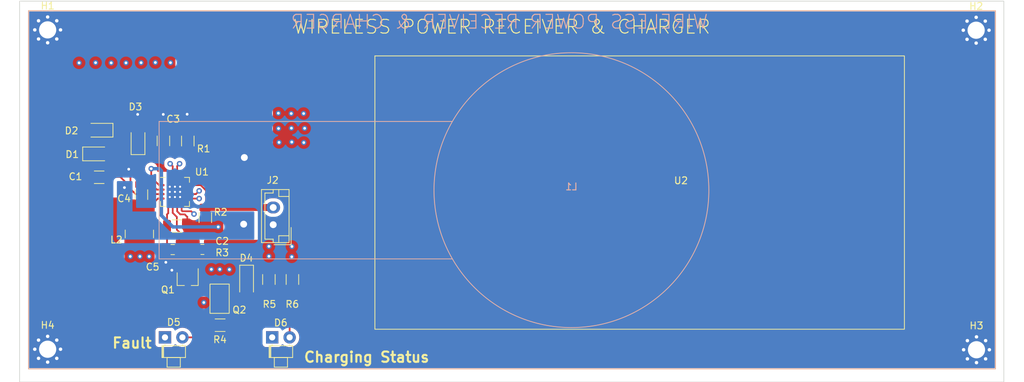
<source format=kicad_pcb>
(kicad_pcb (version 20211014) (generator pcbnew)
  (title_block (title "Wireless Power Receiver & Charger") (date "2023-01-10"))
  (layers (0 "F.Cu" signal) (1 "In1.Cu" signal) (2 "In2.Cu" signal) (31 "B.Cu" signal) (34 "B.Paste" user) (35 "F.Paste" user) (36 "B.SilkS" user "B.Silkscreen") (37 "F.SilkS" user "F.Silkscreen") (38 "B.Mask" user) (39 "F.Mask" user) (44 "Edge.Cuts" user))
  (net 0 "")
  (net 1 "/PowerNode")
  (net 2 "GND")
  (net 3 "/Freq")
  (net 4 "LED+")
  (net 5 "FAULT")
  (net 6 "Net-(D5-Pad2)")
  (net 7 "CHRG")
  (net 8 "Net-(D6-Pad2)")
  (net 9 "BAT+")
  (net 10 "NTC")
  (net 11 "Net-(R1-Pad1)")
  (net 13 "/DHC")
  (net 14 "/Gate")
  (net 15 "/Source")
  (net 16 "/SwitchNode")
  (net 17 "/BoostCap")
  (net 18 "/Inductor")
  (net 19 "/PowerIn")
  (net 20 "/CellTie")
  (footprint "Diode_SMD:D_PowerDI-123" (layer "F.Cu") (at 75.75 81.625)
    (fp_text reference "D1" (at -3.725 0.075) (layer "F.SilkS"))
    (fp_text value "DFLS24OL")
    (fp_line (start -2.2 1) (end -2.2 -1) (layer "F.SilkS") (width 0.12))
    (fp_line (start 1 -1) (end -2.2 -1) (layer "F.SilkS") (width 0.12))
    (fp_line (start -2.2 1) (end 1 1) (layer "F.SilkS") (width 0.12))
    (pad "1" smd rect (at -0.85 0 180) (size 2.4 1.5) (layers "F.Cu" "F.Paste" "F.Mask") (net 1 "/PowerNode"))
    (pad "2" smd rect (at 1.525 0 180) (size 1.05 1.5) (layers "F.Cu" "F.Paste" "F.Mask") (net 2 "GND"))
  )
  (footprint "Capacitor_SMD:C_1206_3216Metric" (layer "F.Cu") (at 85.3 79.73 -90)
    (fp_text reference "C3" (at -3.18 -1.425) (layer "F.SilkS"))
    (fp_text value "10uF")
    (fp_line (start -0.711252 0.91) (end 0.711252 0.91) (layer "F.SilkS") (width 0.12))
    (fp_line (start -0.711252 -0.91) (end 0.711252 -0.91) (layer "F.SilkS") (width 0.12))
    (pad "1" smd roundrect (at -1.475 0 270) (size 1.15 1.8) (layers "F.Cu" "F.Paste" "F.Mask") (roundrect_rratio 0.2173913043) (net 2 "GND"))
    (pad "2" smd roundrect (at 1.475 0 270) (size 1.15 1.8) (layers "F.Cu" "F.Paste" "F.Mask") (roundrect_rratio 0.2173913043) (net 4 "LED+"))
  )
  (footprint "MountingHole:MountingHole_2.5mm_Pad_Via" (layer "F.Cu") (at 203.625 110.125)
    (fp_text reference "H3" (at 0 -3.5) (layer "F.SilkS"))
    (fp_text value "MountingHole_Pad")
    (pad "1" thru_hole circle (at 1.325825 1.325825) (size 0.8 0.8) (drill 0.5) (layers *.Cu *.Mask) (net 2 "GND"))
    (pad "1" thru_hole circle (at 0 -1.875) (size 0.8 0.8) (drill 0.5) (layers *.Cu *.Mask) (net 2 "GND"))
    (pad "1" thru_hole circle (at -1.875 0) (size 0.8 0.8) (drill 0.5) (layers *.Cu *.Mask) (net 2 "GND"))
    (pad "1" thru_hole circle (at 0 0) (size 5 5) (drill 2.5) (layers *.Cu *.Mask) (net 2 "GND"))
    (pad "1" thru_hole circle (at 1.325825 -1.325825) (size 0.8 0.8) (drill 0.5) (layers *.Cu *.Mask) (net 2 "GND"))
    (pad "1" thru_hole circle (at -1.325825 -1.325825) (size 0.8 0.8) (drill 0.5) (layers *.Cu *.Mask) (net 2 "GND"))
    (pad "1" thru_hole circle (at 1.875 0) (size 0.8 0.8) (drill 0.5) (layers *.Cu *.Mask) (net 2 "GND"))
    (pad "1" thru_hole circle (at 0 1.875) (size 0.8 0.8) (drill 0.5) (layers *.Cu *.Mask) (net 2 "GND"))
    (pad "1" thru_hole circle (at -1.325825 1.325825) (size 0.8 0.8) (drill 0.5) (layers *.Cu *.Mask) (net 2 "GND"))
  )
  (footprint "Resistor_SMD:R_1206_3216Metric" (layer "F.Cu") (at 93.55 106.55 180)
    (fp_text reference "R4" (at 0.025 -2.1 180) (layer "F.SilkS"))
    (fp_text value "1K")
    (fp_line (start -0.727064 0.91) (end 0.727064 0.91) (layer "F.SilkS") (width 0.12))
    (fp_line (start -0.727064 -0.91) (end 0.727064 -0.91) (layer "F.SilkS") (width 0.12))
    (pad "1" smd roundrect (at -1.4625 0 180) (size 1.125 1.75) (layers "F.Cu" "F.Paste" "F.Mask") (roundrect_rratio 0.2222222222) (net 14 "/Gate"))
    (pad "2" smd roundrect (at 1.4625 0 180) (size 1.125 1.75) (layers "F.Cu" "F.Paste" "F.Mask") (roundrect_rratio 0.2222222222) (net 15 "/Source"))
  )
  (footprint "LED_THT:LED_D1.8mm_W1.8mm_H2.4mm_Horizontal_O1.27mm_Z1.6mm" (layer "F.Cu") (at 85.525 108.325)
    (fp_text reference "D5" (at 1.275 -2.2) (layer "F.SilkS"))
    (fp_text value "LED")
    (fp_line (start 2.23 4.33) (end 2.23 2.93) (layer "F.SilkS") (width 0.12))
    (fp_line (start 2.98 1.21) (end -0.44 1.21) (layer "F.SilkS") (width 0.12))
    (fp_line (start -0.2 1.21) (end -0.2 2.93) (layer "F.SilkS") (width 0.12))
    (fp_line (start 0 1.08) (end 0 1.08) (layer "F.SilkS") (width 0.12))
    (fp_line (start 0 1.21) (end 0 1.08) (layer "F.SilkS") (width 0.12))
    (fp_line (start -0.32 1.21) (end -0.32 2.93) (layer "F.SilkS") (width 0.12))
    (fp_line (start 0.31 2.93) (end 0.31 4.33) (layer "F.SilkS") (width 0.12))
    (fp_line (start 0.31 4.33) (end 2.23 4.33) (layer "F.SilkS") (width 0.12))
    (fp_line (start 2.54 1.08) (end 2.54 1.08) (layer "F.SilkS") (width 0.12))
    (fp_line (start 2.54 1.21) (end 2.54 1.08) (layer "F.SilkS") (width 0.12))
    (fp_line (start 0 1.08) (end 0 1.21) (layer "F.SilkS") (width 0.12))
    (fp_line (start 2.98 2.93) (end 2.98 1.21) (layer "F.SilkS") (width 0.12))
    (fp_line (start 0 1.21) (end 0 1.21) (layer "F.SilkS") (width 0.12))
    (fp_line (start 2.54 1.21) (end 2.54 1.21) (layer "F.SilkS") (width 0.12))
    (fp_line (start -0.44 2.93) (end 2.98 2.93) (layer "F.SilkS") (width 0.12))
    (fp_line (start 2.54 1.08) (end 2.54 1.21) (layer "F.SilkS") (width 0.12))
    (fp_line (start 2.23 2.93) (end 0.31 2.93) (layer "F.SilkS") (width 0.12))
    (fp_line (start -0.44 1.21) (end -0.44 2.93) (layer "F.SilkS") (width 0.12))
    (pad "1" thru_hole rect (at 0 0) (size 1.8 1.8) (drill 0.9) (layers *.Cu *.Mask) (net 5 "FAULT"))
    (pad "2" thru_hole circle (at 2.54 0) (size 1.8 1.8) (drill 0.9) (layers *.Cu *.Mask) (net 6 "Net-(D5-Pad2)"))
  )
  (footprint "Package_DFN_QFN:QFN-16-1EP_4x4mm_P0.65mm_EP2.1x2.1mm_ThermalVias" (layer "F.Cu") (at 86.975 87.15)
    (fp_text reference "U1" (at 3.925 -2.9) (layer "F.SilkS"))
    (fp_text value "LTC4120-4.2")
    (fp_line (start -2.11 2.11) (end -2.11 1.385) (layer "F.SilkS") (width 0.12))
    (fp_line (start -1.385 -2.11) (end -2.11 -2.11) (layer "F.SilkS") (width 0.12))
    (fp_line (start -1.385 2.11) (end -2.11 2.11) (layer "F.SilkS") (width 0.12))
    (fp_line (start 2.11 -2.11) (end 2.11 -1.385) (layer "F.SilkS") (width 0.12))
    (fp_line (start 1.385 -2.11) (end 2.11 -2.11) (layer "F.SilkS") (width 0.12))
    (fp_line (start 1.385 2.11) (end 2.11 2.11) (layer "F.SilkS") (width 0.12))
    (fp_line (start 2.11 2.11) (end 2.11 1.385) (layer "F.SilkS") (width 0.12))
    (pad "1" smd roundrect (at -1.95 -0.975) (size 0.85 0.3) (layers "F.Cu" "F.Paste" "F.Mask") (net 3 "/Freq"))
    (pad "2" smd roundrect (at -1.95 -0.325) (size 0.85 0.3) (layers "F.Cu" "F.Paste" "F.Mask") (net 17 "/BoostCap"))
    (pad "3" smd roundrect (at -1.95 0.325) (size 0.85 0.3) (layers "F.Cu" "F.Paste" "F.Mask") (net 4 "LED+"))
    (pad "4" smd roundrect (at -1.95 0.975) (size 0.85 0.3) (layers "F.Cu" "F.Paste" "F.Mask") (net 16 "/SwitchNode"))
    (pad "5" smd roundrect (at -0.975 1.95) (size 0.3 0.85) (layers "F.Cu" "F.Paste" "F.Mask") (net 2 "GND"))
    (pad "6" smd roundrect (at -0.325 1.95) (size 0.3 0.85) (layers "F.Cu" "F.Paste" "F.Mask") (net 13 "/DHC"))
    (pad "7" smd roundrect (at 0.325 1.95) (size 0.3 0.85) (layers "F.Cu" "F.Paste" "F.Mask") (net 3 "/Freq"))
    (pad "8" smd roundrect (at 0.975 1.95) (size 0.3 0.85) (layers "F.Cu" "F.Paste" "F.Mask") (net 18 "/Inductor"))
    (pad "9" smd roundrect (at 1.95 0.975) (size 0.85 0.3) (layers "F.Cu" "F.Paste" "F.Mask") (net 9 "BAT+"))
    (pad "10" smd roundrect (at 1.95 0.325) (size 0.85 0.3) (layers "F.Cu" "F.Paste" "F.Mask") (net 9 "BAT+"))
    (pad "11" smd roundrect (at 1.95 -0.325) (size 0.85 0.3) (layers "F.Cu" "F.Paste" "F.Mask"))
    (pad "12" smd roundrect (at 1.95 -0.975) (size 0.85 0.3) (layers "F.Cu" "F.Paste" "F.Mask") (net 10 "NTC"))
    (pad "13" smd roundrect (at 0.975 -1.95) (size 0.3 0.85) (layers "F.Cu" "F.Paste" "F.Mask") (net 11 "Net-(R1-Pad1)"))
    (pad "14" smd roundrect (at 0.325 -1.95) (size 0.3 0.85) (layers "F.Cu" "F.Paste" "F.Mask") (net 7 "CHRG"))
    (pad "15" smd roundrect (at -0.325 -1.95) (size 0.3 0.85) (layers "F.Cu" "F.Paste" "F.Mask") (net 5 "FAULT"))
    (pad "16" smd roundrect (at -0.975 -1.95) (size 0.3 0.85) (layers "F.Cu" "F.Paste" "F.Mask") (net 4 "LED+"))
    (pad "17" thru_hole circle (at -0.75 0) (size 0.6 0.6) (drill 0.3) (layers *.Cu) (net 2 "GND"))
    (pad "17" smd rect (at 0 0) (size 2.1 2.1) (layers "F.Cu" "F.Mask") (net 2 "GND"))
    (pad "17" smd rect (at 0 0) (size 2.1 2.1) (layers "B.Cu") (net 2 "GND"))
    (pad "17" thru_hole circle (at 0 -0.75) (size 0.6 0.6) (drill 0.3) (layers *.Cu) (net 2 "GND"))
    (pad "17" thru_hole circle (at 0.75 0.75) (size 0.6 0.6) (drill 0.3) (layers *.Cu) (net 2 "GND"))
    (pad "17" thru_hole circle (at 0.75 -0.75) (size 0.6 0.6) (drill 0.3) (layers *.Cu) (net 2 "GND"))
    (pad "17" thru_hole circle (at 0 0.75) (size 0.6 0.6) (drill 0.3) (layers *.Cu) (net 2 "GND"))
    (pad "17" thru_hole circle (at -0.75 0.75) (size 0.6 0.6) (drill 0.3) (layers *.Cu) (net 2 "GND"))
    (pad "17" thru_hole circle (at 0.75 0) (size 0.6 0.6) (drill 0.3) (layers *.Cu) (net 2 "GND"))
    (pad "17" thru_hole circle (at 0 0) (size 0.6 0.6) (drill 0.3) (layers *.Cu) (net 2 "GND"))
    (pad "17" thru_hole circle (at -0.75 -0.75) (size 0.6 0.6) (drill 0.3) (layers *.Cu) (net 2 "GND"))
  )
  (footprint "Diode_SMD:D_PowerDI-123" (layer "F.Cu") (at 75.75 78.175 180)
    (fp_text reference "D2" (at 3.825 -0.075) (layer "F.SilkS"))
    (fp_text value "DFLS24OL")
    (fp_line (start -2.2 1) (end -2.2 -1) (layer "F.SilkS") (width 0.12))
    (fp_line (start 1 -1) (end -2.2 -1) (layer "F.SilkS") (width 0.12))
    (fp_line (start -2.2 1) (end 1 1) (layer "F.SilkS") (width 0.12))
    (pad "1" smd rect (at -0.85 0) (size 2.4 1.5) (layers "F.Cu" "F.Paste" "F.Mask") (net 4 "LED+"))
    (pad "2" smd rect (at 1.525 0) (size 1.05 1.5) (layers "F.Cu" "F.Paste" "F.Mask") (net 1 "/PowerNode"))
  )
  (footprint "Package_TO_SOT_SMD:TSOT-23" (layer "F.Cu") (at 88.85 99.825 -90)
    (fp_text reference "Q1" (at 1.575 2.9 -180) (layer "F.SilkS"))
    (fp_text value "PMBT3904")
    (fp_line (start 0.95 -1.5) (end 0.95 -0.5) (layer "F.SilkS") (width 0.12))
    (fp_line (start 0.93 -1.51) (end -1.5 -1.51) (layer "F.SilkS") (width 0.12))
    (fp_line (start 0.95 0.5) (end 0.95 1.55) (layer "F.SilkS") (width 0.12))
    (fp_line (start 0.95 1.55) (end -0.9 1.55) (layer "F.SilkS") (width 0.12))
    (pad "1" smd rect (at -1.31 -0.95 270) (size 1.22 0.65) (layers "F.Cu" "F.Paste" "F.Mask") (net 13 "/DHC"))
    (pad "2" smd rect (at -1.31 0.95 270) (size 1.22 0.65) (layers "F.Cu" "F.Paste" "F.Mask") (net 2 "GND"))
    (pad "3" smd rect (at 1.31 0 270) (size 1.22 0.65) (layers "F.Cu" "F.Paste" "F.Mask") (net 15 "/Source"))
  )
  (footprint "Resistor_SMD:R_1206_3216Metric" (layer "F.Cu") (at 91.4 90.9 -90)
    (fp_text reference "R2" (at -0.8 -2.225 180) (layer "F.SilkS"))
    (fp_text value "10K")
    (fp_line (start -0.727064 0.91) (end 0.727064 0.91) (layer "F.SilkS") (width 0.12))
    (fp_line (start -0.727064 -0.91) (end 0.727064 -0.91) (layer "F.SilkS") (width 0.12))
    (pad "1" smd roundrect (at -1.4625 0 270) (size 1.125 1.75) (layers "F.Cu" "F.Paste" "F.Mask") (roundrect_rratio 0.2222222222) (net 10 "NTC"))
    (pad "2" smd roundrect (at 1.4625 0 270) (size 1.125 1.75) (layers "F.Cu" "F.Paste" "F.Mask") (roundrect_rratio 0.2222222222) (net 3 "/Freq"))
  )
  (footprint "Inductor_SMD:L_Coilcraft_LPS4018" (layer "F.Cu") (at 81.8 93.275 -90)
    (fp_text reference "L2" (at 0.85 3.35 180) (layer "F.SilkS"))
    (fp_text value "15uH LPS4018-153ML")
    (fp_line (start -0.57 -2.06) (end 0.57 -2.06) (layer "F.SilkS") (width 0.12))
    (fp_line (start -0.57 2.06) (end 0.57 2.06) (layer "F.SilkS") (width 0.12))
    (pad "1" smd custom (at -1.765 0 270) (size 0.87 2.79) (layers "F.Cu" "F.Paste" "F.Mask") (net 16 "/SwitchNode") (options (clearance outline) (anchor rect)) (primitives (gr_poly (pts (xy 1.015 -1.17) (xy 0.435 -0.575) (xy 0.435 0.575) (xy 1.015 1.17) (xy 1.015 1.945) (xy 0.125 1.945) (xy -0.435 1.395) (xy -0.435 -1.395) (xy 0.125 -1.945) (xy 1.015 -1.945)) (width 0) (fill yes))))
    (pad "2" smd custom (at 1.765 0 270) (size 0.87 2.79) (layers "F.Cu" "F.Paste" "F.Mask") (net 18 "/Inductor") (options (clearance outline) (anchor rect)) (primitives (gr_poly (pts (xy 0.435 -1.395) (xy 0.435 1.395) (xy -0.125 1.945) (xy -1.015 1.945) (xy -1.015 1.17) (xy -0.435 0.575) (xy -0.435 -0.575) (xy -1.015 -1.17) (xy -1.015 -1.945) (xy -0.125 -1.945)) (width 0) (fill yes))))
  )
  (footprint "Diode_SMD:D_PowerDI-123" (layer "F.Cu") (at 81.6 79.53 90)
    (fp_text reference "D3" (at 4.755 -0.375 180) (layer "F.SilkS"))
    (fp_text value "DFLZ39")
    (fp_line (start -2.2 1) (end 1 1) (layer "F.SilkS") (width 0.12))
    (fp_line (start 1 -1) (end -2.2 -1) (layer "F.SilkS") (width 0.12))
    (fp_line (start -2.2 1) (end -2.2 -1) (layer "F.SilkS") (width 0.12))
    (pad "1" smd rect (at -0.85 0 270) (size 2.4 1.5) (layers "F.Cu" "F.Paste" "F.Mask") (net 4 "LED+"))
    (pad "2" smd rect (at 1.525 0 270) (size 1.05 1.5) (layers "F.Cu" "F.Paste" "F.Mask") (net 2 "GND"))
  )
  (footprint "Capacitor_SMD:C_1206_3216Metric" (layer "F.Cu") (at 82.1 87.55 90)
    (fp_text reference "C4" (at -0.575 -2.525 180) (layer "F.SilkS"))
    (fp_text value "10nF")
    (fp_line (start -0.711252 -0.91) (end 0.711252 -0.91) (layer "F.SilkS") (width 0.12))
    (fp_line (start -0.711252 0.91) (end 0.711252 0.91) (layer "F.SilkS") (width 0.12))
    (pad "1" smd roundrect (at -1.475 0 90) (size 1.15 1.8) (layers "F.Cu" "F.Paste" "F.Mask") (roundrect_rratio 0.2173913043) (net 16 "/SwitchNode"))
    (pad "2" smd roundrect (at 1.475 0 90) (size 1.15 1.8) (layers "F.Cu" "F.Paste" "F.Mask") (roundrect_rratio 0.2173913043) (net 17 "/BoostCap"))
  )
  (footprint "MountingHole:MountingHole_2.5mm_Pad_Via" (layer "F.Cu") (at 203.575 63.625)
    (fp_text reference "H2" (at 0 -3.5) (layer "F.SilkS"))
    (fp_text value "MountingHole_Pad")
    (pad "1" thru_hole circle (at -1.875 0) (size 0.8 0.8) (drill 0.5) (layers *.Cu *.Mask) (net 2 "GND"))
    (pad "1" thru_hole circle (at -1.325825 -1.325825) (size 0.8 0.8) (drill 0.5) (layers *.Cu *.Mask) (net 2 "GND"))
    (pad "1" thru_hole circle (at 1.325825 -1.325825) (size 0.8 0.8) (drill 0.5) (layers *.Cu *.Mask) (net 2 "GND"))
    (pad "1" thru_hole circle (at 1.875 0) (size 0.8 0.8) (drill 0.5) (layers *.Cu *.Mask) (net 2 "GND"))
    (pad "1" thru_hole circle (at 1.325825 1.325825) (size 0.8 0.8) (drill 0.5) (layers *.Cu *.Mask) (net 2 "GND"))
    (pad "1" thru_hole circle (at 0 1.875) (size 0.8 0.8) (drill 0.5) (layers *.Cu *.Mask) (net 2 "GND"))
    (pad "1" thru_hole circle (at 0 -1.875) (size 0.8 0.8) (drill 0.5) (layers *.Cu *.Mask) (net 2 "GND"))
    (pad "1" thru_hole circle (at 0 0) (size 5 5) (drill 2.5) (layers *.Cu *.Mask) (net 2 "GND"))
    (pad "1" thru_hole circle (at -1.325825 1.325825) (size 0.8 0.8) (drill 0.5) (layers *.Cu *.Mask) (net 2 "GND"))
  )
  (footprint "MountingHole:MountingHole_2.5mm_Pad_Via" (layer "F.Cu") (at 68.45 110.05)
    (fp_text reference "H4" (at 0 -3.5) (layer "F.SilkS"))
    (fp_text value "MountingHole_Pad")
    (pad "1" thru_hole circle (at 1.875 0) (size 0.8 0.8) (drill 0.5) (layers *.Cu *.Mask) (net 2 "GND"))
    (pad "1" thru_hole circle (at 1.325825 -1.325825) (size 0.8 0.8) (drill 0.5) (layers *.Cu *.Mask) (net 2 "GND"))
    (pad "1" thru_hole circle (at -1.325825 -1.325825) (size 0.8 0.8) (drill 0.5) (layers *.Cu *.Mask) (net 2 "GND"))
    (pad "1" thru_hole circle (at -1.875 0) (size 0.8 0.8) (drill 0.5) (layers *.Cu *.Mask) (net 2 "GND"))
    (pad "1" thru_hole circle (at 0 1.875) (size 0.8 0.8) (drill 0.5) (layers *.Cu *.Mask) (net 2 "GND"))
    (pad "1" thru_hole circle (at 0 0) (size 5 5) (drill 2.5) (layers *.Cu *.Mask) (net 2 "GND"))
    (pad "1" thru_hole circle (at 0 -1.875) (size 0.8 0.8) (drill 0.5) (layers *.Cu *.Mask) (net 2 "GND"))
    (pad "1" thru_hole circle (at -1.325825 1.325825) (size 0.8 0.8) (drill 0.5) (layers *.Cu *.Mask) (net 2 "GND"))
    (pad "1" thru_hole circle (at 1.325825 1.325825) (size 0.8 0.8) (drill 0.5) (layers *.Cu *.Mask) (net 2 "GND"))
  )
  (footprint "Capacitor_SMD:C_1206_3216Metric" (layer "F.Cu") (at 75.95 85.025 180)
    (fp_text reference "C1" (at 3.45 0.1) (layer "F.SilkS"))
    (fp_text value "33nF")
    (fp_line (start -0.711252 0.91) (end 0.711252 0.91) (layer "F.SilkS") (width 0.12))
    (fp_line (start -0.711252 -0.91) (end 0.711252 -0.91) (layer "F.SilkS") (width 0.12))
    (pad "1" smd roundrect (at -1.475 0 180) (size 1.15 1.8) (layers "F.Cu" "F.Paste" "F.Mask") (roundrect_rratio 0.2173913043) (net 19 "/PowerIn"))
    (pad "2" smd roundrect (at 1.475 0 180) (size 1.15 1.8) (layers "F.Cu" "F.Paste" "F.Mask") (roundrect_rratio 0.2173913043) (net 1 "/PowerNode"))
  )
  (footprint "Resistor_SMD:R_1206_3216Metric" (layer "F.Cu") (at 88.85 79.75 90)
    (fp_text reference "R1" (at -1.125 2.3 180) (layer "F.SilkS"))
    (fp_text value "3K01")
    (fp_line (start -0.727064 -0.91) (end 0.727064 -0.91) (layer "F.SilkS") (width 0.12))
    (fp_line (start -0.727064 0.91) (end 0.727064 0.91) (layer "F.SilkS") (width 0.12))
    (pad "1" smd roundrect (at -1.4625 0 90) (size 1.125 1.75) (layers "F.Cu" "F.Paste" "F.Mask") (roundrect_rratio 0.2222222222) (net 11 "Net-(R1-Pad1)"))
    (pad "2" smd roundrect (at 1.4625 0 90) (size 1.125 1.75) (layers "F.Cu" "F.Paste" "F.Mask") (roundrect_rratio 0.2222222222) (net 2 "GND"))
  )
  (footprint "Warren Footprints:1048 Dual SM Battery Holder 18650" (layer "F.Cu") (at 156.02 87.21)
    (fp_text reference "U2" (at 4.6 -1.7 unlocked) (layer "F.SilkS"))
    (fp_text value "Keystone_1048_Dual_SM_Battery_Holder_18650")
    (fp_rect (start -39.95 -19.85) (end 37.11 19.93) (layer "F.SilkS") (width 0.12) (fill none))
    (pad "1" smd roundrect locked (at -45.22 -9.515) (size 7.34 6.35) (layers "F.Cu" "F.Paste" "F.Mask") (net 9 "BAT+"))
    (pad "2" smd roundrect locked (at -45.22 9.595) (size 7.34 6.35) (layers "F.Cu" "F.Paste" "F.Mask") (net 2 "GND"))
    (pad "3" smd roundrect locked (at 42.38 9.595) (size 7.34 6.35) (layers "F.Cu" "F.Paste" "F.Mask") (net 20 "/CellTie"))
    (pad "4" smd roundrect locked (at 42.38 -9.515) (size 7.34 6.35) (layers "F.Cu" "F.Paste" "F.Mask") (net 20 "/CellTie"))
  )
  (footprint "Resistor_SMD:R_1206_3216Metric" (layer "F.Cu") (at 100.65 99.9 -90)
    (fp_text reference "R5" (at 3.6 -0.075 180) (layer "F.SilkS"))
    (fp_text value "5K")
    (fp_line (start -0.727064 0.91) (end 0.727064 0.91) (layer "F.SilkS") (width 0.12))
    (fp_line (start -0.727064 -0.91) (end 0.727064 -0.91) (layer "F.SilkS") (width 0.12))
    (pad "1" smd roundrect (at -1.4625 0 270) (size 1.125 1.75) (layers "F.Cu" "F.Paste" "F.Mask") (roundrect_rratio 0.2222222222) (net 4 "LED+"))
    (pad "2" smd roundrect (at 1.4625 0 270) (size 1.125 1.75) (layers "F.Cu" "F.Paste" "F.Mask") (roundrect_rratio 0.2222222222) (net 6 "Net-(D5-Pad2)"))
  )
  (footprint "Resistor_SMD:R_0805_2012Metric" (layer "F.Cu") (at 90.975 95.525 180)
    (fp_text reference "R3" (at -2.875 -0.475) (layer "F.SilkS"))
    (fp_text value "24K9")
    (fp_line (start -0.227064 -0.735) (end 0.227064 -0.735) (layer "F.SilkS") (width 0.12))
    (fp_line (start -0.227064 0.735) (end 0.227064 0.735) (layer "F.SilkS") (width 0.12))
    (pad "1" smd roundrect (at -0.9125 0 180) (size 1.025 1.4) (layers "F.Cu" "F.Paste" "F.Mask") (roundrect_rratio 0.243902439) (net 4 "LED+"))
    (pad "2" smd roundrect (at 0.9125 0 180) (size 1.025 1.4) (layers "F.Cu" "F.Paste" "F.Mask") (roundrect_rratio 0.243902439) (net 13 "/DHC"))
  )
  (footprint "Connector_JST:JST_EH_B2B-EH-A_1x02_P2.50mm_Vertical" (layer "F.Cu") (at 101.275 91.925 90)
    (fp_text reference "J2" (at 6.475 -0.075 180) (layer "F.SilkS"))
    (fp_text value "Thermistor Connector")
    (fp_line (start 4.61 0) (end 5.11 0) (layer "F.SilkS") (width 0.12))
    (fp_line (start -2.11 -1.21) (end 4.61 -1.21) (layer "F.SilkS") (width 0.12))
    (fp_line (start 4.11 0.81) (end 4.11 2.31) (layer "F.SilkS") (width 0.12))
    (fp_line (start -2.91 0.11) (end -2.91 2.61) (layer "F.SilkS") (width 0.12))
    (fp_line (start -2.61 2.31) (end 5.11 2.31) (layer "F.SilkS") (width 0.12))
    (fp_line (start -1.61 0.81) (end -1.61 2.31) (layer "F.SilkS") (width 0.12))
    (fp_line (start 5.11 0.81) (end 4.11 0.81) (layer "F.SilkS") (width 0.12))
    (fp_line (start -2.61 0) (end -2.11 0) (layer "F.SilkS") (width 0.12))
    (fp_line (start 5.11 2.31) (end 5.11 -1.71) (layer "F.SilkS") (width 0.12))
    (fp_line (start -2.61 -1.71) (end -2.61 2.31) (layer "F.SilkS") (width 0.12))
    (fp_line (start -2.61 0.81) (end -1.61 0.81) (layer "F.SilkS") (width 0.12))
    (fp_line (start 5.11 -1.71) (end -2.61 -1.71) (layer "F.SilkS") (width 0.12))
    (fp_line (start -2.11 0) (end -2.11 -1.21) (layer "F.SilkS") (width 0.12))
    (fp_line (start 4.61 -1.21) (end 4.61 0) (layer "F.SilkS") (width 0.12))
    (fp_line (start -2.91 2.61) (end -0.41 2.61) (layer "F.SilkS") (width 0.12))
    (pad "1" thru_hole roundrect (at 0 0 90) (size 1.7 2) (drill 1) (layers *.Cu *.Mask) (roundrect_rratio 0.1470588235) (net 2 "GND"))
    (pad "2" thru_hole oval (at 2.5 0 90) (size 1.7 2) (drill 1) (layers *.Cu *.Mask) (net 10 "NTC"))
  )
  (footprint "LED_THT:LED_D1.8mm_W1.8mm_H2.4mm_Horizontal_O1.27mm_Z1.6mm" (layer "F.Cu") (at 101.125 108.325)
    (fp_text reference "D6" (at 1.25 -2.125) (layer "F.SilkS"))
    (fp_text value "LED")
    (fp_line (start 2.54 1.21) (end 2.54 1.08) (layer "F.SilkS") (width 0.12))
    (fp_line (start 2.54 1.08) (end 2.54 1.21) (layer "F.SilkS") (width 0.12))
    (fp_line (start 0.31 4.33) (end 2.23 4.33) (layer "F.SilkS") (width 0.12))
    (fp_line (start 0.31 2.93) (end 0.31 4.33) (layer "F.SilkS") (width 0.12))
    (fp_line (start 2.98 1.21) (end -0.44 1.21) (layer "F.SilkS") (width 0.12))
    (fp_line (start 0 1.21) (end 0 1.21) (layer "F.SilkS") (width 0.12))
    (fp_line (start -0.2 1.21) (end -0.2 2.93) (layer "F.SilkS") (width 0.12))
    (fp_line (start -0.44 1.21) (end -0.44 2.93) (layer "F.SilkS") (width 0.12))
    (fp_line (start 0 1.08) (end 0 1.08) (layer "F.SilkS") (width 0.12))
    (fp_line (start 0 1.08) (end 0 1.21) (layer "F.SilkS") (width 0.12))
    (fp_line (start 2.54 1.21) (end 2.54 1.21) (layer "F.SilkS") (width 0.12))
    (fp_line (start 0 1.21) (end 0 1.08) (layer "F.SilkS") (width 0.12))
    (fp_line (start 2.23 4.33) (end 2.23 2.93) (layer "F.SilkS") (width 0.12))
    (fp_line (start 2.98 2.93) (end 2.98 1.21) (layer "F.SilkS") (width 0.12))
    (fp_line (start -0.44 2.93) (end 2.98 2.93) (layer "F.SilkS") (width 0.12))
    (fp_line (start 2.23 2.93) (end 0.31 2.93) (layer "F.SilkS") (width 0.12))
    (fp_line (start -0.32 1.21) (end -0.32 2.93) (layer "F.SilkS") (width 0.12))
    (fp_line (start 2.54 1.08) (end 2.54 1.08) (layer "F.SilkS") (width 0.12))
    (pad "1" thru_hole rect (at 0 0) (size 1.8 1.8) (drill 0.9) (layers *.Cu *.Mask) (net 7 "CHRG"))
    (pad "2" thru_hole circle (at 2.54 0) (size 1.8 1.8) (drill 0.9) (layers *.Cu *.Mask) (net 8 "Net-(D6-Pad2)"))
  )
  (footprint "Resistor_SMD:R_1206_3216Metric" (layer "F.Cu") (at 104.075 99.9 -90)
    (fp_text reference "R6" (at 3.6 0.025 180) (layer "F.SilkS"))
    (fp_text value "5K")
    (fp_line (start -0.727064 -0.91) (end 0.727064 -0.91) (layer "F.SilkS") (width 0.12))
    (fp_line (start -0.727064 0.91) (end 0.727064 0.91) (layer "F.SilkS") (width 0.12))
    (pad "1" smd roundrect (at -1.4625 0 270) (size 1.125 1.75) (layers "F.Cu" "F.Paste" "F.Mask") (roundrect_rratio 0.2222222222) (net 4 "LED+"))
    (pad "2" smd roundrect (at 1.4625 0 270) (size 1.125 1.75) (layers "F.Cu" "F.Paste" "F.Mask") (roundrect_rratio 0.2222222222) (net 8 "Net-(D6-Pad2)"))
  )
  (footprint "MountingHole:MountingHole_2.5mm_Pad_Via" (layer "F.Cu") (at 68.45 63.575)
    (fp_text reference "H1" (at 0 -3.5) (layer "F.SilkS"))
    (fp_text value "MountingHole_Pad")
    (pad "1" thru_hole circle (at -1.325825 -1.325825) (size 0.8 0.8) (drill 0.5) (layers *.Cu *.Mask) (net 2 "GND"))
    (pad "1" thru_hole circle (at -1.325825 1.325825) (size 0.8 0.8) (drill 0.5) (layers *.Cu *.Mask) (net 2 "GND"))
    (pad "1" thru_hole circle (at 0 1.875) (size 0.8 0.8) (drill 0.5) (layers *.Cu *.Mask) (net 2 "GND"))
    (pad "1" thru_hole circle (at 1.875 0) (size 0.8 0.8) (drill 0.5) (layers *.Cu *.Mask) (net 2 "GND"))
    (pad "1" thru_hole circle (at 1.325825 1.325825) (size 0.8 0.8) (drill 0.5) (layers *.Cu *.Mask) (net 2 "GND"))
    (pad "1" thru_hole circle (at 0 -1.875) (size 0.8 0.8) (drill 0.5) (layers *.Cu *.Mask) (net 2 "GND"))
    (pad "1" thru_hole circle (at 1.325825 -1.325825) (size 0.8 0.8) (drill 0.5) (layers *.Cu *.Mask) (net 2 "GND"))
    (pad "1" thru_hole circle (at -1.875 0) (size 0.8 0.8) (drill 0.5) (layers *.Cu *.Mask) (net 2 "GND"))
    (pad "1" thru_hole circle (at 0 0) (size 5 5) (drill 2.5) (layers *.Cu *.Mask) (net 2 "GND"))
  )
  (footprint "Capacitor_SMD:C_1206_3216Metric" (layer "F.Cu") (at 87.3 92.125)
    (fp_text reference "C2" (at 6.55 2.2) (layer "F.SilkS"))
    (fp_text value "2.2uF")
    (fp_line (start -0.711252 -0.91) (end 0.711252 -0.91) (layer "F.SilkS") (width 0.12))
    (fp_line (start -0.711252 0.91) (end 0.711252 0.91) (layer "F.SilkS") (width 0.12))
    (pad "1" smd roundrect (at -1.475 0) (size 1.15 1.8) (layers "F.Cu" "F.Paste" "F.Mask") (roundrect_rratio 0.2173913043) (net 2 "GND"))
    (pad "2" smd roundrect (at 1.475 0) (size 1.15 1.8) (layers "F.Cu" "F.Paste" "F.Mask") (roundrect_rratio 0.2173913043) (net 3 "/Freq"))
  )
  (footprint "Diode_SMD:D_SOD-123" (layer "F.Cu") (at 97.4 100.075 -90)
    (fp_text reference "D4" (at -3.3 0.025 -180) (layer "F.SilkS"))
    (fp_text value "BZT52C13")
    (fp_line (start -2.25 -1) (end 1.65 -1) (layer "F.SilkS") (width 0.12))
    (fp_line (start -2.25 1) (end 1.65 1) (layer "F.SilkS") (width 0.12))
    (fp_line (start -2.25 -1) (end -2.25 1) (layer "F.SilkS") (width 0.12))
    (pad "1" smd rect (at -1.65 0 270) (size 0.9 1.2) (layers "F.Cu" "F.Paste" "F.Mask") (net 4 "LED+"))
    (pad "2" smd rect (at 1.65 0 270) (size 0.9 1.2) (layers "F.Cu" "F.Paste" "F.Mask") (net 14 "/Gate"))
  )
  (footprint "Capacitor_SMD:C_0805_2012Metric" (layer "F.Cu") (at 86.65 95.55)
    (fp_text reference "C5" (at -2.925 2.525) (layer "F.SilkS"))
    (fp_text value "47uF")
    (fp_line (start -0.261252 0.735) (end 0.261252 0.735) (layer "F.SilkS") (width 0.12))
    (fp_line (start -0.261252 -0.735) (end 0.261252 -0.735) (layer "F.SilkS") (width 0.12))
    (pad "1" smd roundrect (at -0.95 0) (size 1 1.45) (layers "F.Cu" "F.Paste" "F.Mask") (net 2 "GND"))
    (pad "2" smd roundrect (at 0.95 0) (size 1 1.45) (layers "F.Cu" "F.Paste" "F.Mask") (net 13 "/DHC"))
  )
  (footprint "Warren Footprints:PowerPAK 1212-8 Single" (layer "F.Cu") (at 94.675 100.775 -90)
    (fp_text reference "Q2" (at 3.55 -1.675 unlocked) (layer "F.SilkS"))
    (fp_text value "Si7308DN")
    (fp_rect (start -0.2 -0.2) (end 4.05 2.6) (layer "F.SilkS") (width 0.12) (fill none))
    (pad "1" smd roundrect (at 0.495 2.1825 270) (size 0.99 0.405) (layers "F.Cu" "F.Paste" "F.Mask") (net 15 "/Source"))
    (pad "2" smd roundrect (at 0.495 1.5225 270) (size 0.99 0.405) (layers "F.Cu" "F.Paste" "F.Mask") (net 15 "/Source"))
    (pad "3" smd roundrect (at 0.495 0.8625 270) (size 0.99 0.405) (layers "F.Cu" "F.Paste" "F.Mask") (net 15 "/Source"))
    (pad "4" smd roundrect (at 0.495 0.2025 270) (size 0.99 0.405) (layers "F.Cu" "F.Paste" "F.Mask") (net 14 "/Gate"))
    (pad "5" smd roundrect (at 3.48 0.2025 270) (size 0.76 0.405) (layers "F.Cu" "F.Paste" "F.Mask") (net 4 "LED+"))
    (pad "6" smd roundrect (at 3.48 0.8625 270) (size 0.76 0.405) (layers "F.Cu" "F.Paste" "F.Mask") (net 4 "LED+"))
    (pad "7" smd roundrect (at 3.48 1.5225 270) (size 0.76 0.405) (layers "F.Cu" "F.Paste" "F.Mask") (net 4 "LED+"))
    (pad "8" smd roundrect (at 3.48 2.1875 270) (size 0.76 0.405) (layers "F.Cu" "F.Paste" "F.Mask") (net 4 "LED+"))
    (pad "8" smd roundrect (at 2.4875 1.195 270) (size 1.725 2.235) (layers "F.Cu" "F.Paste" "F.Mask") (net 4 "LED+"))
  )
  (footprint "Warren Footprints:Tx Coil" (layer "B.Cu") (at 144.675 86.9 180)
    (fp_text reference "L1" (at 0 0.5 unlocked) (layer "B.SilkS") (effects (justify mirror)))
    (fp_text value "47uH")
    (fp_line (start 60 -10) (end 17.35 -10) (layer "B.SilkS") (width 0.12))
    (fp_line (start 60 10) (end 60 -10) (layer "B.SilkS") (width 0.12))
    (fp_line (start 17.35 10) (end 60 10) (layer "B.SilkS") (width 0.12))
    (fp_circle (center 0 0) (end 20 0) (layer "B.SilkS") (width 0.12) (fill none))
    (pad "1" thru_hole circle locked (at 47.6 4.75 180) (size 2 2) (drill 1) (layers *.Cu *.Mask) (net 2 "GND"))
    (pad "2" thru_hole circle locked (at 47.7 -4.95 180) (size 2 2) (drill 1) (layers *.Cu *.Mask) (net 19 "/PowerIn"))
  )
  (gr_rect (start 65.675 60.8) (end 206.375 112.9) (layer "B.SilkS") (width 0.15) (fill none))
  (gr_rect (start 65.675 60.8) (end 206.375 112.9) (layer "F.SilkS") (width 0.15) (fill none))
  (gr_rect (start 64.375 59.4) (end 207.6 114.825) (layer "Edge.Cuts") (width 0.1) (fill none))
  (gr_text "WIRELESS POWER RECEIVER & CHARGER" (at 134.2 62.4) (layer "B.SilkS") (effects (font (size 2 2)) (justify mirror)))
  (gr_text "Charging Status" (at 114.875 111.2) (layer "F.SilkS") (effects (font (size 1.5 1.5) (thickness 0.3))))
  (gr_text "WIRELESS POWER RECEIVER & CHARGER" (at 134.55 63.125) (layer "F.SilkS") (effects (font (size 2 2))))
  (gr_text "Fault" (at 80.725 109.15) (layer "F.SilkS") (effects (font (size 1.5 1.5) (thickness 0.3))))
  (segment (start 80.25 83.35) (end 80.25 83.85) (width 0.25) (layer "F.Cu") (net 2))
  (segment (start 85.825 92.125) (end 85.825 95.425) (width 0.25) (layer "F.Cu") (net 2))
  (segment (start 86 90.25) (end 85.825 90.425) (width 0.25) (layer "F.Cu") (net 2))
  (segment (start 85.825 90.425) (end 85.825 92.125) (width 0.25) (layer "F.Cu") (net 2))
  (segment (start 101.275 91.925) (end 110.075 91.925) (width 1.7) (layer "F.Cu") (net 2))
  (segment (start 110.075 91.925) (end 110.825 92.675) (width 1.7) (layer "F.Cu") (net 2))
  (segment (start 110.825 92.675) (end 110.825 96.78) (width 1.7) (layer "F.Cu") (net 2))
  (segment (start 77.275 81.625) (end 78.525 81.625) (width 0.25) (layer "F.Cu") (net 2))
  (segment (start 86 89.1) (end 86 90.25) (width 0.25) (layer "F.Cu") (net 2))
  (segment (start 110.825 96.78) (end 110.8 96.805) (width 0.25) (layer "F.Cu") (net 2))
  (segment (start 78.525 81.625) (end 80.25 83.35) (width 0.25) (layer "F.Cu") (net 2))
  (segment (start 85.825 95.425) (end 85.7 95.55) (width 0.25) (layer "F.Cu") (net 2))
  (via (at 85.275 75.875) (size 0.8) (drill 0.4) (layers "F.Cu" "B.Cu") (net 2))
  (via (at 86.525 98.55) (size 0.8) (drill 0.4) (layers "F.Cu" "B.Cu") (net 2))
  (via (at 88.75 75.85) (size 0.8) (drill 0.4) (layers "F.Cu" "B.Cu") (net 2))
  (via (at 80.25 83.85) (size 0.8) (drill 0.4) (layers "F.Cu" "B.Cu") (net 2))
  (via (at 85.65 97.4) (size 0.8) (drill 0.4) (layers "F.Cu" "B.Cu") (net 2))
  (via (at 81.55 75.875) (size 0.8) (drill 0.4) (layers "F.Cu" "B.Cu") (net 2))
  (segment (start 88.775 92.125) (end 88.775 90.8) (width 0.25) (layer "F.Cu") (net 3))
  (segment (start 83.525 85.025) (end 83.525 83.775) (width 0.25) (layer "F.Cu") (net 3))
  (segment (start 87.75 90.425) (end 87.3 89.975) (width 0.25) (layer "F.Cu") (net 3))
  (segment (start 85.025 86.175) (end 84.675 86.175) (width 0.25) (layer "F.Cu") (net 3))
  (segment (start 88.775 90.8) (end 88.4 90.425) (width 0.25) (layer "F.Cu") (net 3))
  (segment (start 88.4 90.425) (end 87.75 90.425) (width 0.25) (layer "F.Cu") (net 3))
  (segment (start 87.3 89.975) (end 87.3 89.1) (width 0.25) (layer "F.Cu") (net 3))
  (segment (start 84.675 86.175) (end 83.525 85.025) (width 0.25) (layer "F.Cu") (net 3))
  (via (at 93.275 92.25) (size 0.8) (drill 0.4) (layers "F.Cu" "B.Cu") (net 3))
  (via (at 83.525 83.775) (size 0.8) (drill 0.4) (layers "F.Cu" "B.Cu") (net 3))
  (segment (start 85 84.075) (end 85 90.575) (width 0.5) (layer "B.Cu") (net 3))
  (segment (start 86.675 92.25) (end 93.275 92.25) (width 0.5) (layer "B.Cu") (net 3))
  (segment (start 83.525 83.775) (end 84.7 83.775) (width 0.5) (layer "B.Cu") (net 3))
  (segment (start 85 90.575) (end 86.675 92.25) (width 0.5) (layer "B.Cu") (net 3))
  (segment (start 84.7 83.775) (end 85 84.075) (width 0.5) (layer "B.Cu") (net 3))
  (segment (start 86 84.25) (end 85.3 83.55) (width 0.25) (layer "F.Cu") (net 4))
  (segment (start 80.5 85.025) (end 80.5 86.725) (width 0.25) (layer "F.Cu") (net 4))
  (segment (start 86 85.2) (end 86 84.25) (width 0.25) (layer "F.Cu") (net 4))
  (segment (start 81.6 80.38) (end 81.6 83.75) (width 0.25) (layer "F.Cu") (net 4))
  (segment (start 81.6 82.9) (end 81.6 80.38) (width 0.25) (layer "F.Cu") (net 4))
  (segment (start 81.575 83.775) (end 81.575 83.95) (width 0.25) (layer "F.Cu") (net 4))
  (segment (start 81.575 82.925) (end 81.575 83.775) (width 0.25) (layer "F.Cu") (net 4))
  (segment (start 81.575 83.95) (end 80.5 85.025) (width 0.25) (layer "F.Cu") (net 4))
  (segment (start 80.5 86.725) (end 81.25 87.475) (width 0.25) (layer "F.Cu") (net 4))
  (segment (start 81.25 87.475) (end 85.025 87.475) (width 0.25) (layer "F.Cu") (net 4))
  (segment (start 81.575 82.925) (end 81.6 82.9) (width 0.25) (layer "F.Cu") (net 4))
  (segment (start 85.3 83.55) (end 85.3 81.205) (width 0.25) (layer "F.Cu") (net 4))
  (segment (start 81.6 83.75) (end 81.575 83.775) (width 0.25) (layer "F.Cu") (net 4))
  (via (at 100.65 96.525) (size 0.8) (drill 0.4) (layers "F.Cu" "B.Cu") (net 4))
  (via (at 75.425 68.35) (size 0.8) (drill 0.4) (layers "F.Cu" "B.Cu") (net 4))
  (via (at 84.125 68.325) (size 0.8) (drill 0.4) (layers "F.Cu" "B.Cu") (net 4))
  (via (at 91.175 103.25) (size 0.8) (drill 0.4) (layers "F.Cu" "B.Cu") (net 4))
  (via (at 93.5 98.425) (size 0.8) (drill 0.4) (layers "F.Cu" "B.Cu") (net 4))
  (via (at 103.975 96.6) (size 0.8) (drill 0.4) (layers "F.Cu" "B.Cu") (net 4))
  (via (at 104 95.1) (size 0.8) (drill 0.4) (layers "F.Cu" "B.Cu") (net 4))
  (via (at 79.85 68.375) (size 0.8) (drill 0.4) (layers "F.Cu" "B.Cu") (net 4))
  (via (at 77.7 68.375) (size 0.8) (drill 0.4) (layers "F.Cu" "B.Cu") (net 4))
  (via (at 82.05 68.35) (size 0.8) (drill 0.4) (layers "F.Cu" "B.Cu") (net 4))
  (via (at 94.9 98.45) (size 0.8) (drill 0.4) (layers "F.Cu" "B.Cu") (net 4))
  (via (at 86.325 68.35) (size 0.8) (drill 0.4) (layers "F.Cu" "B.Cu") (net 4))
  (via (at 73.025 68.375) (size 0.8) (drill 0.4) (layers "F.Cu" "B.Cu") (net 4))
  (via (at 92.275 98.425) (size 0.8) (drill 0.4) (layers "F.Cu" "B.Cu") (net 4))
  (via (at 100.65 95.075) (size 0.8) (drill 0.4) (layers "F.Cu" "B.Cu") (net 4))
  (segment (start 86.65 83.425) (end 86.275 83.05) (width 0.25) (layer "F.Cu") (net 5))
  (segment (start 86.65 85.2) (end 86.65 83.425) (width 0.25) (layer "F.Cu") (net 5))
  (via (at 86.275 83.05) (size 0.8) (drill 0.4) (layers "F.Cu" "B.Cu") (net 5))
  (segment (start 100.65 105.45) (end 100.65 101.3625) (width 0.25) (layer "F.Cu") (net 6))
  (segment (start 88.065 108.325) (end 97.775 108.325) (width 0.25) (layer "F.Cu") (net 6))
  (segment (start 97.775 108.325) (end 100.65 105.45) (width 0.25) (layer "F.Cu") (net 6))
  (segment (start 87.3 85.2) (end 87.3 83.4) (width 0.25) (layer "F.Cu") (net 7))
  (segment (start 87.3 83.4) (end 87.65 83.05) (width 0.25) (layer "F.Cu") (net 7))
  (via (at 87.65 83.05) (size 0.8) (drill 0.4) (layers "F.Cu" "B.Cu") (net 7))
  (segment (start 103.665 108.325) (end 103.665 105.235) (width 0.25) (layer "F.Cu") (net 8))
  (segment (start 103.665 105.235) (end 104.075 104.825) (width 0.25) (layer "F.Cu") (net 8))
  (segment (start 104.075 104.825) (end 104.075 101.3625) (width 0.25) (layer "F.Cu") (net 8))
  (segment (start 90.025 87.475) (end 90.5 87) (width 0.25) (layer "F.Cu") (net 9))
  (segment (start 88.925 88.125) (end 90.5 88.125) (width 0.25) (layer "F.Cu") (net 9))
  (segment (start 88.925 87.475) (end 90.025 87.475) (width 0.25) (layer "F.Cu") (net 9))
  (via (at 90.5 88.125) (size 0.8) (drill 0.4) (layers "F.Cu" "B.Cu") (net 9))
  (via (at 102.025 75.7) (size 0.8) (drill 0.4) (layers "F.Cu" "B.Cu") (net 9))
  (via (at 105.85 77.9) (size 0.8) (drill 0.4) (layers "F.Cu" "B.Cu") (net 9))
  (via (at 103.925 77.875) (size 0.8) (drill 0.4) (layers "F.Cu" "B.Cu") (net 9))
  (via (at 102.05 77.925) (size 0.8) (drill 0.4) (layers "F.Cu" "B.Cu") (net 9))
  (via (at 90.5 87) (size 0.8) (drill 0.4) (layers "F.Cu" "B.Cu") (net 9))
  (via (at 105.725 79.975) (size 0.8) (drill 0.4) (layers "F.Cu" "B.Cu") (net 9))
  (via (at 103.975 79.9) (size 0.8) (drill 0.4) (layers "F.Cu" "B.Cu") (net 9))
  (via (at 103.9 75.75) (size 0.8) (drill 0.4) (layers "F.Cu" "B.Cu") (net 9))
  (via (at 102.125 79.95) (size 0.8) (drill 0.4) (layers "F.Cu" "B.Cu") (net 9))
  (via (at 105.7 75.75) (size 0.8) (drill 0.4) (layers "F.Cu" "B.Cu") (net 9))
  (segment (start 88.925 86.175) (end 90.725 86.175) (width 0.25) (layer "F.Cu") (net 10))
  (segment (start 90.725 86.175) (end 91.5 86.95) (width 0.25) (layer "F.Cu") (net 10))
  (segment (start 91.4 89.4375) (end 91.4125 89.425) (width 0.25) (layer "F.Cu") (net 10))
  (segment (start 91.5 89.4625) (end 91.425 89.5375) (width 0.25) (layer "F.Cu") (net 10))
  (segment (start 91.5 86.95) (end 91.5 89.4625) (width 0.25) (layer "F.Cu") (net 10))
  (segment (start 91.4125 89.425) (end 101.275 89.425) (width 1) (layer "F.Cu") (net 10))
  (segment (start 87.95 85.2) (end 87.95 84.175) (width 0.25) (layer "F.Cu") (net 11))
  (segment (start 88.85 83.275) (end 88.85 81.2125) (width 0.25) (layer "F.Cu") (net 11))
  (segment (start 87.95 84.175) (end 88.85 83.275) (width 0.25) (layer "F.Cu") (net 11))
  (segment (start 87.6 95.55) (end 87.6 93) (width 0.25) (layer "F.Cu") (net 13))
  (segment (start 86.65 90.2) (end 86.65 89.1) (width 0.25) (layer "F.Cu") (net 13))
  (segment (start 87.25 90.8) (end 86.65 90.2) (width 0.25) (layer "F.Cu") (net 13))
  (segment (start 87.6 93) (end 87.25 92.65) (width 0.25) (layer "F.Cu") (net 13))
  (segment (start 87.25 92.65) (end 87.25 90.8) (width 0.25) (layer "F.Cu") (net 13))
  (segment (start 97.4 105.725) (end 96.575 106.55) (width 1) (layer "F.Cu") (net 14))
  (segment (start 96.575 106.55) (end 95.0125 106.55) (width 1) (layer "F.Cu") (net 14))
  (segment (start 97.4 101.725) (end 97.4 105.725) (width 1) (layer "F.Cu") (net 14))
  (segment (start 84.5 88.125) (end 83.6 89.025) (width 0.25) (layer "F.Cu") (net 16))
  (segment (start 83.6 89.025) (end 82.1 89.025) (width 0.25) (layer "F.Cu") (net 16))
  (segment (start 85.025 88.125) (end 84.5 88.125) (width 0.25) (layer "F.Cu") (net 16))
  (segment (start 83.575 86.05) (end 82.125 86.05) (width 0.25) (layer "F.Cu") (net 17))
  (segment (start 84.35 86.825) (end 83.575 86.05) (width 0.25) (layer "F.Cu") (net 17))
  (segment (start 85.025 86.825) (end 84.35 86.825) (width 0.25) (layer "F.Cu") (net 17))
  (segment (start 82.125 86.05) (end 82.1 86.075) (width 0.25) (layer "F.Cu") (net 17))
  (segment (start 87.95 89.85) (end 88.075 89.975) (width 0.25) (layer "F.Cu") (net 18))
  (segment (start 88.075 89.975) (end 89.35 89.975) (width 0.25) (layer "F.Cu") (net 18))
  (segment (start 87.95 89.1) (end 87.95 89.85) (width 0.25) (layer "F.Cu") (net 18))
  (segment (start 89.35 89.975) (end 89.75 90.375) (width 0.25) (layer "F.Cu") (net 18))
  (via (at 81.875 96.55) (size 0.8) (drill 0.4) (layers "F.Cu" "B.Cu") (net 18))
  (via (at 83.225 96.55) (size 0.8) (drill 0.4) (layers "F.Cu" "B.Cu") (net 18))
  (via (at 89.75 90.375) (size 0.8) (drill 0.4) (layers "F.Cu" "B.Cu") (net 18))
  (via (at 80.475 96.55) (size 0.8) (drill 0.4) (layers "F.Cu" "B.Cu") (net 18))
  (segment (start 79.025 84.975) (end 77.475 84.975) (width 0.25) (layer "F.Cu") (net 19))
  (segment (start 79.625 86.525) (end 79.625 85.575) (width 0.25) (layer "F.Cu") (net 19))
  (segment (start 79.625 85.575) (end 79.025 84.975) (width 0.25) (layer "F.Cu") (net 19))
  (segment (start 77.475 84.975) (end 77.425 85.025) (width 0.25) (layer "F.Cu") (net 19))
  (via (at 79.625 86.525) (size 0.8) (drill 0.4) (layers "F.Cu" "B.Cu") (net 19))
  (zone (net 4) (net_name "LED+") (layer "F.Cu") (priority 1) (connect_pads yes (clearance 0.508)) (min_thickness 0.254) (fill yes (thermal_gap 0.508) (thermal_bridge_width 0.508))
    (polygon (pts (xy 105.575459 99.379033) (xy 98.524298 99.438972) (xy 91.198839 99.409939) (xy 91.2 94.125) (xy 98.3875 94.125) (xy 105.575 94.125)))
  )
  (zone (net 2) (net_name "GND") (layer "F.Cu") (connect_pads yes (clearance 0.508)) (min_thickness 0.254) (fill yes (thermal_gap 0.508) (thermal_bridge_width 0.508))
    (polygon (pts (xy 107.7 88.25) (xy 87.85 88.25) (xy 87.85 60.8) (xy 107.7 60.8)))
  )
  (zone (net 2) (net_name "GND") (layer "F.Cu") (connect_pads yes (clearance 0.508)) (min_thickness 0.254) (fill yes (thermal_gap 0.508) (thermal_bridge_width 0.508))
    (polygon (pts (xy 78.9 112.775) (xy 65.725 112.775) (xy 65.725 87.975) (xy 78.9 87.975)))
  )
  (zone (net 2) (net_name "GND") (layer "F.Cu") (connect_pads yes (clearance 0.508)) (min_thickness 0.254) (fill yes (thermal_gap 0.508) (thermal_bridge_width 0.508))
    (polygon (pts (xy 108.225 112.8) (xy 72.575 112.8) (xy 72.575 101.25) (xy 108.225 101.25)))
  )
  (zone (net 20) (net_name "/CellTie") (layer "F.Cu") (priority 3) (connect_pads yes (clearance 0.508)) (min_thickness 0.254) (fill yes (thermal_gap 0.508) (thermal_bridge_width 0.508))
    (polygon (pts (xy 202.275 100.175) (xy 194.5 100.175) (xy 194.5 74.3) (xy 202.275 74.3)))
  )
  (zone (net 4) (net_name "LED+") (layer "F.Cu") (priority 4) (connect_pads yes (clearance 0.508)) (min_thickness 0.254) (fill yes (thermal_gap 0.508) (thermal_bridge_width 0.508))
    (polygon (pts (xy 93.75 104.125) (xy 90.25 104.125) (xy 90.25 102.4) (xy 93.75 102.4)))
  )
  (zone (net 13) (net_name "/DHC") (layer "F.Cu") (priority 1) (connect_pads yes (clearance 0.508)) (min_thickness 0.254) (fill yes (thermal_gap 0.508) (thermal_bridge_width 0.508))
    (polygon (pts (xy 90.575 96.475) (xy 87.1 96.475) (xy 87.1 94.1) (xy 90.575 94.1)))
  )
  (zone (net 16) (net_name "/SwitchNode") (layer "F.Cu") (priority 1) (connect_pads yes (clearance 0.508)) (min_thickness 0.254) (fill yes (thermal_gap 0.508) (thermal_bridge_width 0.508))
    (polygon (pts (xy 84.025 92.725) (xy 79.6 92.725) (xy 79.6 88.25) (xy 84.025 88.25)))
  )
  (zone (net 2) (net_name "GND") (layer "F.Cu") (priority 3) (connect_pads yes (clearance 0.508)) (min_thickness 0.254) (fill yes (thermal_gap 0.508) (thermal_bridge_width 0.508))
    (polygon (pts (xy 100.5 79.7) (xy 80.05 79.7) (xy 80.05 73.175) (xy 100.5 73.175)))
  )
  (zone (net 3) (net_name "/Freq") (layer "F.Cu") (priority 1) (connect_pads yes (clearance 0.508)) (min_thickness 0.254) (fill yes (thermal_gap 0.508) (thermal_bridge_width 0.508))
    (polygon (pts (xy 94.025 93.575) (xy 88 93.575) (xy 88 91.025) (xy 94.025 91.025)))
  )
  (zone (net 1) (net_name "/PowerNode") (layer "F.Cu") (priority 1) (connect_pads yes (clearance 0.508)) (min_thickness 0.254) (fill yes (thermal_gap 0.508) (thermal_bridge_width 0.508))
    (polygon (pts (xy 77.9 87.35) (xy 65.7 87.35) (xy 65.7 72.3) (xy 77.9 72.3)))
  )
  (zone (net 2) (net_name "GND") (layer "F.Cu") (connect_pads yes (clearance 0.508)) (min_thickness 0.254) (fill yes (thermal_gap 0.508) (thermal_bridge_width 0.508))
    (polygon (pts (xy 206.375 112.9) (xy 106.9 112.9) (xy 106.9 60.8) (xy 206.375 60.8)))
  )
  (zone (net 14) (net_name "/Gate") (layer "F.Cu") (priority 3) (connect_pads yes (clearance 0.508)) (min_thickness 0.254) (fill yes (thermal_gap 0.508) (thermal_bridge_width 0.508))
    (polygon (pts (xy 98.7 102.55) (xy 94.275 102.55) (xy 94.275 100.25) (xy 98.7 100.25)))
  )
  (zone (net 13) (net_name "/DHC") (layer "F.Cu") (priority 1) (connect_pads yes (clearance 0.508)) (min_thickness 0.254) (fill yes (thermal_gap 0.508) (thermal_bridge_width 0.508))
    (polygon (pts (xy 90.575 99.325) (xy 89.275 99.325) (xy 89.275 95) (xy 90.575 95)))
  )
  (zone (net 9) (net_name "BAT+") (layer "F.Cu") (priority 1) (connect_pads yes (clearance 0.508)) (min_thickness 0.254) (fill yes (thermal_gap 0.508) (thermal_bridge_width 0.508))
    (polygon (pts (xy 114.7 81.075) (xy 101.225 81.075) (xy 101.225 74.325) (xy 114.7 74.325)))
  )
  (zone (net 18) (net_name "/Inductor") (layer "F.Cu") (priority 1) (connect_pads yes (clearance 0.508)) (min_thickness 0.254) (fill yes (thermal_gap 0.508) (thermal_bridge_width 0.508))
    (polygon (pts (xy 84.025 100.575) (xy 79.625 100.575) (xy 79.625 93.825) (xy 84.025 93.825)))
  )
  (zone (net 2) (net_name "GND") (layer "F.Cu") (priority 1) (connect_pads yes (clearance 0.508)) (min_thickness 0.254) (fill yes (thermal_gap 0.508) (thermal_bridge_width 0.508))
    (polygon (pts (xy 88.425 99.325) (xy 84.95 99.325) (xy 84.95 97.7) (xy 88.425 97.7)))
  )
  (zone (net 2) (net_name "GND") (layer "F.Cu") (priority 1) (connect_pads yes (clearance 0.508)) (min_thickness 0.254) (fill yes (thermal_gap 0.508) (thermal_bridge_width 0.508))
    (polygon (pts (xy 86.5 99.325) (xy 84.95 99.325) (xy 84.95 94.625) (xy 86.5 94.625)))
  )
  (zone (net 4) (net_name "LED+") (layer "F.Cu") (connect_pads yes (clearance 0.508)) (min_thickness 0.254) (fill yes (thermal_gap 0.508) (thermal_bridge_width 0.508))
    (polygon (pts (xy 87.05 84.225) (xy 65.7 84.225) (xy 65.7 60.8) (xy 87.05 60.8)))
  )
  (zone (net 15) (net_name "/Source") (layer "F.Cu") (priority 1) (connect_pads yes (clearance 0.508)) (min_thickness 0.254) (fill yes (thermal_gap 0.508) (thermal_bridge_width 0.508))
    (polygon (pts (xy 95.825 107.7) (xy 87.075 107.7) (xy 87.075 100.375) (xy 95.825 100.375)))
  )
  (zone (net 2) (net_name "GND") (layer "B.Cu") (connect_pads yes (clearance 0.508)) (min_thickness 0.254) (fill yes (thermal_gap 0.508) (thermal_bridge_width 0.508))
    (polygon (pts (xy 206.375 112.9) (xy 65.675 112.9) (xy 65.675 60.8) (xy 206.375 60.8)))
  )
  (zone (net 19) (net_name "/PowerIn") (layer "B.Cu") (priority 1) (connect_pads yes (clearance 0.508)) (min_thickness 0.254) (fill yes (thermal_gap 0.508) (thermal_bridge_width 0.508))
    (polygon (pts (xy 98.525 94.1) (xy 78.525 94.1) (xy 78.525 90) (xy 98.525 90)))
  )
  (zone (net 19) (net_name "/PowerIn") (layer "B.Cu") (priority 1) (connect_pads yes (clearance 0.508)) (min_thickness 0.254) (fill yes (thermal_gap 0.508) (thermal_bridge_width 0.508))
    (polygon (pts (xy 80.8 93.6) (xy 78.525 93.6) (xy 78.525 85.575) (xy 80.8 85.575)))
  )
)
</source>
